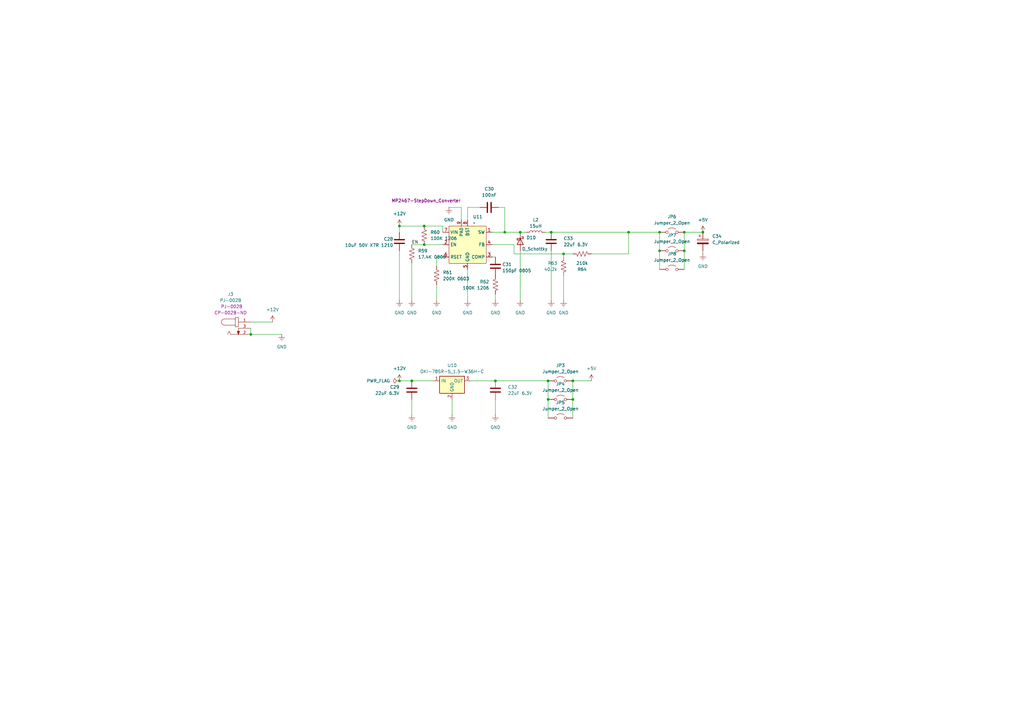
<source format=kicad_sch>
(kicad_sch (version 20231120) (generator "eeschema") (generator_version "8.0")
  (paper "A3")
  (lib_symbols
    (symbol "C_2" (pin_numbers hide) (pin_names (offset 0.254))
      (property "Reference" "C" (at 0.635 2.54 0))
      (property "Value" "C" (at 0.635 -2.54 0))
      (symbol "C_2_0_1"
        (polyline (pts (xy -2.032 -0.762) (xy 2.032 -0.762)) (stroke (width 0.508)))
        (polyline (pts (xy -2.032 0.762) (xy 2.032 0.762)) (stroke (width 0.508)))
      )
      (symbol "C_2_1_1"
        (pin passive line (at 0 3.81 270) (length 2.794) (name "~") (number "1"))
        (pin passive line (at 0 -3.81 90) (length 2.794) (name "~") (number "2"))
      )
    )
    (symbol "C_3" (pin_numbers hide) (pin_names (offset 0.254))
      (property "Reference" "C" (at 0.635 2.54 0))
      (property "Value" "C" (at 0.635 -2.54 0))
      (symbol "C_3_0_1"
        (polyline (pts (xy -2.032 -0.762) (xy 2.032 -0.762)) (stroke (width 0.508)))
        (polyline (pts (xy -2.032 0.762) (xy 2.032 0.762)) (stroke (width 0.508)))
      )
      (symbol "C_3_1_1"
        (pin passive line (at 0 3.81 270) (length 2.794) (name "~") (number "1"))
        (pin passive line (at 0 -3.81 90) (length 2.794) (name "~") (number "2"))
      )
    )
    (symbol "C_5" (pin_numbers hide) (pin_names (offset 0.254))
      (property "Reference" "C" (at 0.635 2.54 0))
      (property "Value" "C" (at 0.635 -2.54 0))
      (symbol "C_5_0_1"
        (polyline (pts (xy -2.032 -0.762) (xy 2.032 -0.762)) (stroke (width 0.508)))
        (polyline (pts (xy -2.032 0.762) (xy 2.032 0.762)) (stroke (width 0.508)))
      )
      (symbol "C_5_1_1"
        (pin passive line (at 0 3.81 270) (length 2.794) (name "~") (number "1"))
        (pin passive line (at 0 -3.81 90) (length 2.794) (name "~") (number "2"))
      )
    )
    (symbol "C_6" (pin_numbers hide) (pin_names (offset 0.254))
      (property "Reference" "C" (at 0.635 2.54 0))
      (property "Value" "C" (at 0.635 -2.54 0))
      (symbol "C_6_0_1"
        (polyline (pts (xy -2.032 -0.762) (xy 2.032 -0.762)) (stroke (width 0.508)))
        (polyline (pts (xy -2.032 0.762) (xy 2.032 0.762)) (stroke (width 0.508)))
      )
      (symbol "C_6_1_1"
        (pin passive line (at 0 3.81 270) (length 2.794) (name "~") (number "1"))
        (pin passive line (at 0 -3.81 90) (length 2.794) (name "~") (number "2"))
      )
    )
    (symbol "Converter_DCDC:OKI-78SR-5_1.5-W36H-C"
      (property "Reference" "U" (at -3.81 3.175 0))
      (property "Value" "OKI-78SR-5_1.5-W36H-C" (at 0 3.175 0))
      (symbol "OKI-78SR-5_1.5-W36H-C_0_1"
        (rectangle (start -5.08 1.905) (end 5.08 -5.08) (stroke (width 0.254)) (fill (type background)))
      )
      (symbol "OKI-78SR-5_1.5-W36H-C_1_1"
        (pin power_in line (at -7.62 0 0) (length 2.54) (name "IN") (number "1"))
        (pin power_in line (at 0 -7.62 90) (length 2.54) (name "GND") (number "2"))
        (pin power_out line (at 7.62 0 180) (length 2.54) (name "OUT") (number "3"))
      )
    )
    (symbol "Device:C_Polarized" (pin_numbers hide) (pin_names (offset 0.254))
      (property "Reference" "C" (at 0.635 2.54 0))
      (property "Value" "C_Polarized" (at 0.635 -2.54 0))
      (symbol "C_Polarized_0_1"
        (rectangle (start -2.286 0.508) (end 2.286 1.016))
        (polyline (pts (xy -1.778 2.286) (xy -0.762 2.286)))
        (polyline (pts (xy -1.27 2.794) (xy -1.27 1.778)))
        (rectangle (start 2.286 -0.508) (end -2.286 -1.016) (fill (type outline)))
      )
      (symbol "C_Polarized_1_1"
        (pin passive line (at 0 3.81 270) (length 2.794) (name "~") (number "1"))
        (pin passive line (at 0 -3.81 90) (length 2.794) (name "~") (number "2"))
      )
    )
    (symbol "Device:D_Schottky" (pin_numbers hide) (pin_names (offset 1.016) hide)
      (property "Reference" "D" (at 0 2.54 0))
      (property "Value" "D_Schottky" (at 0 -2.54 0))
      (symbol "D_Schottky_0_1"
        (polyline (pts (xy 1.27 0) (xy -1.27 0)))
        (polyline (pts (xy 1.27 1.27) (xy 1.27 -1.27) (xy -1.27 0) (xy 1.27 1.27)) (stroke (width 0.254)))
        (polyline (pts (xy -1.905 0.635) (xy -1.905 1.27) (xy -1.27 1.27) (xy -1.27 -1.27) (xy -0.635 -1.27) (xy -0.635 -0.635)) (stroke (width 0.254)))
      )
      (symbol "D_Schottky_1_1"
        (pin passive line (at -3.81 0 0) (length 2.54) (name "K") (number "1"))
        (pin passive line (at 3.81 0 180) (length 2.54) (name "A") (number "2"))
      )
    )
    (symbol "Device:L" (pin_numbers hide) (pin_names (offset 1.016) hide)
      (property "Reference" "L" (at -1.27 0 90))
      (property "Value" "L" (at 1.905 0 90))
      (symbol "L_0_1"
        (arc (start 0 -2.54) (mid 0.6323 -1.905) (end 0 -1.27))
        (arc (start 0 -1.27) (mid 0.6323 -0.635) (end 0 0))
        (arc (start 0 0) (mid 0.6323 0.635) (end 0 1.27))
        (arc (start 0 1.27) (mid 0.6323 1.905) (end 0 2.54))
      )
      (symbol "L_1_1"
        (pin passive line (at 0 3.81 270) (length 1.27) (name "1") (number "1"))
        (pin passive line (at 0 -3.81 90) (length 1.27) (name "2") (number "2"))
      )
    )
    (symbol "Device:R_US" (pin_numbers hide) (pin_names (offset 0))
      (property "Reference" "R" (at 2.54 0 90))
      (property "Value" "R_US" (at -2.54 0 90))
      (symbol "R_US_0_1"
        (polyline (pts (xy 0 -2.286) (xy 0 -2.54)))
        (polyline (pts (xy 0 2.286) (xy 0 2.54)))
        (polyline (pts (xy 0 -0.762) (xy 1.016 -1.143) (xy 0 -1.524) (xy -1.016 -1.905) (xy 0 -2.286)))
        (polyline (pts (xy 0 0.762) (xy 1.016 0.381) (xy 0 0) (xy -1.016 -0.381) (xy 0 -0.762)))
        (polyline (pts (xy 0 2.286) (xy 1.016 1.905) (xy 0 1.524) (xy -1.016 1.143) (xy 0 0.762)))
      )
      (symbol "R_US_1_1"
        (pin passive line (at 0 3.81 270) (length 1.27) (name "~") (number "1"))
        (pin passive line (at 0 -3.81 90) (length 1.27) (name "~") (number "2"))
      )
    )
    (symbol "Jumper:Jumper_2_Open" (pin_numbers hide) (pin_names (offset 0) hide) (exclude_from_sim yes)
      (property "Reference" "JP" (at 0 2.794 0))
      (property "Value" "Jumper_2_Open" (at 0 -2.286 0))
      (symbol "Jumper_2_Open_0_0"
        (circle (center -2.032 0) (radius 0.508))
        (circle (center 2.032 0) (radius 0.508))
      )
      (symbol "Jumper_2_Open_0_1"
        (arc (start 1.524 1.27) (mid 0 1.778) (end -1.524 1.27))
      )
      (symbol "Jumper_2_Open_1_1"
        (pin passive line (at -5.08 0 0) (length 2.54) (name "A") (number "1"))
        (pin passive line (at 5.08 0 180) (length 2.54) (name "B") (number "2"))
      )
    )
    (symbol "power:+12V" (power) (pin_numbers hide) (pin_names (offset 0) hide)
      (property "Value" "+12V" (at 0 3.556 0))
      (symbol "+12V_0_1"
        (polyline (pts (xy -0.762 1.27) (xy 0 2.54)))
        (polyline (pts (xy 0 0) (xy 0 2.54)))
        (polyline (pts (xy 0 2.54) (xy 0.762 1.27)))
      )
      (symbol "+12V_1_1"
        (pin power_in line (at 0 0 90) (length 0) (name "~") (number "1"))
      )
    )
    (symbol "power:+5V" (power) (pin_numbers hide) (pin_names (offset 0) hide)
      (property "Value" "+5V" (at 0 3.556 0))
      (symbol "+5V_0_1"
        (polyline (pts (xy -0.762 1.27) (xy 0 2.54)))
        (polyline (pts (xy 0 0) (xy 0 2.54)))
        (polyline (pts (xy 0 2.54) (xy 0.762 1.27)))
      )
      (symbol "+5V_1_1"
        (pin power_in line (at 0 0 90) (length 0) (name "~") (number "1"))
      )
    )
    (symbol "power:Earth" (power) (pin_numbers hide) (pin_names (offset 0) hide)
      (property "Value" "Earth" (at 0 -3.81 0))
      (symbol "Earth_0_1"
        (polyline (pts (xy -0.635 -1.905) (xy 0.635 -1.905)))
        (polyline (pts (xy -0.127 -2.54) (xy 0.127 -2.54)))
        (polyline (pts (xy 0 -1.27) (xy 0 0)))
        (polyline (pts (xy 1.27 -1.27) (xy -1.27 -1.27)))
      )
      (symbol "Earth_1_1"
        (pin power_in line (at 0 0 270) (length 0) (name "~") (number "1"))
      )
    )
    (symbol "power:PWR_FLAG" (power) (pin_numbers hide) (pin_names (offset 0) hide)
      (property "Value" "PWR_FLAG" (at 0 3.81 0))
      (symbol "PWR_FLAG_0_0"
        (pin power_out line (at 0 0 90) (length 0) (name "~") (number "1"))
      )
      (symbol "PWR_FLAG_0_1"
        (polyline (pts (xy 0 0) (xy 0 1.27) (xy -1.016 1.905) (xy 0 2.54) (xy 1.016 1.905) (xy 0 1.27)))
      )
    )
    (symbol "privateParts:MP2467-StepDown_Converter"
      (property "Reference" "U11" (at 2.1941 11.43 0))
      (property "Value" "~" (at 2.1941 8.89 0))
      (property "Description" "MP2467-StepDown_Converter" (at -17.018 18.034 0))
      (symbol "MP2467-StepDown_Converter_1_1"
        (rectangle (start -7.62 7.62) (end 7.62 -7.62) (fill (type background)))
        (pin input line (at 10.16 5.08 180) (length 2.54) (name "SW") (number "1"))
        (pin input line (at -10.16 0 0) (length 2.54) (name "EN") (number "2"))
        (pin input line (at 10.16 -5.08 180) (length 2.54) (name "COMP") (number "3"))
        (pin input line (at 10.16 0 180) (length 2.54) (name "FB") (number "4"))
        (pin input line (at 0 -10.16 90) (length 2.54) (name "GND") (number "5"))
        (pin input line (at -10.16 -5.08 0) (length 2.54) (name "RSET") (number "6"))
        (pin power_in line (at -10.16 5.08 0) (length 2.54) (name "VIN") (number "7"))
        (pin power_in line (at 0 10.16 270) (length 2.54) (name "BST") (number "8"))
        (pin power_in line (at -2.54 10.16 270) (length 2.54) (name "PAD") (number "9"))
      )
    )
    (symbol "privateParts:PJ-002B" (pin_names (offset 1.016))
      (property "Reference" "J" (at -7.6337 5.0892 0))
      (property "Value" "PJ-002B" (at -7.6269 -5.0846 0))
      (property "MPN" "  PJ-002B" (at 0 0 0))
      (property "Digikey_PN" "CP-002B-ND" (at 0 0 0))
      (symbol "PJ-002B_0_0"
        (arc (start -5.715 3.81) (mid -6.9794 2.54) (end -5.715 1.27) (stroke (width 0.1524)))
        (polyline (pts (xy -5.715 3.81) (xy -1.27 3.81)) (stroke (width 0.1524)))
        (polyline (pts (xy -3.81 -1.27) (xy -4.445 -2.54)) (stroke (width 0.1524)))
        (polyline (pts (xy -3.175 -2.54) (xy -3.81 -1.27)) (stroke (width 0.1524)))
        (polyline (pts (xy -1.27 0.635) (xy 0 0.635)) (stroke (width 0.1524)))
        (polyline (pts (xy -1.27 1.27) (xy -5.715 1.27)) (stroke (width 0.1524)))
        (polyline (pts (xy -1.27 1.27) (xy -1.27 0.635)) (stroke (width 0.1524)))
        (polyline (pts (xy -1.27 3.81) (xy -1.27 1.27)) (stroke (width 0.1524)))
        (polyline (pts (xy -1.27 4.445) (xy -1.27 3.81)) (stroke (width 0.1524)))
        (polyline (pts (xy 0 -2.54) (xy -3.175 -2.54)) (stroke (width 0.1524)))
        (polyline (pts (xy 0 0) (xy 0 -2.54)) (stroke (width 0.1524)))
        (polyline (pts (xy 0 0.635) (xy 0 4.445)) (stroke (width 0.1524)))
        (polyline (pts (xy 0 4.445) (xy -1.27 4.445)) (stroke (width 0.1524)))
        (polyline (pts (xy 0 -2.54) (xy -0.508 -1.27) (xy 0.508 -1.27) (xy 0 -2.54)) (stroke (width 0.1524)) (fill (type outline)))
        (pin passive line (at 5.08 2.54 180) (length 5.08) (name "~") (number "1"))
        (pin passive line (at 5.08 -2.54 180) (length 5.08) (name "~") (number "2"))
        (pin passive line (at 5.08 0 180) (length 5.08) (name "~") (number "3"))
      )
    )
  )
  (junction (at 270.51 102.87))
  (junction (at 231.14 104.14))
  (junction (at 163.83 92.71))
  (junction (at 173.99 92.71))
  (junction (at 270.51 95.25))
  (junction (at 163.83 156.21))
  (junction (at 213.36 95.25))
  (junction (at 203.2 156.21))
  (junction (at 288.29 95.25))
  (junction (at 207.01 95.25))
  (junction (at 168.91 156.21))
  (junction (at 234.95 163.83))
  (junction (at 102.87 137.16))
  (junction (at 257.81 95.25))
  (junction (at 224.79 163.83))
  (junction (at 234.95 156.21))
  (junction (at 226.06 95.25))
  (junction (at 280.67 102.87))
  (junction (at 224.79 156.21))
  (junction (at 173.99 100.33))
  (junction (at 280.67 95.25))
  (wire (pts (xy 102.87 137.16) (xy 115.57 137.16)))
  (wire (pts (xy 234.95 163.83) (xy 234.95 171.45)))
  (wire (pts (xy 102.87 134.62) (xy 102.87 137.16)))
  (wire (pts (xy 179.07 109.22) (xy 179.07 105.41)))
  (wire (pts (xy 189.23 85.09) (xy 189.23 90.17)))
  (wire (pts (xy 207.01 85.09) (xy 207.01 95.25)))
  (wire (pts (xy 231.14 104.14) (xy 234.95 104.14)))
  (wire (pts (xy 185.42 163.83) (xy 185.42 170.18)))
  (wire (pts (xy 193.04 156.21) (xy 203.2 156.21)))
  (wire (pts (xy 168.91 107.95) (xy 168.91 123.19)))
  (wire (pts (xy 163.83 102.87) (xy 163.83 123.19)))
  (wire (pts (xy 223.52 95.25) (xy 226.06 95.25)))
  (wire (pts (xy 181.61 92.71) (xy 173.99 92.71)))
  (wire (pts (xy 191.77 90.17) (xy 191.77 85.09)))
  (wire (pts (xy 181.61 95.25) (xy 181.61 92.71)))
  (wire (pts (xy 257.81 104.14) (xy 257.81 95.25)))
  (wire (pts (xy 210.82 100.33) (xy 210.82 104.14)))
  (wire (pts (xy 226.06 95.25) (xy 257.81 95.25)))
  (wire (pts (xy 288.29 104.14) (xy 288.29 102.87)))
  (wire (pts (xy 173.99 100.33) (xy 181.61 100.33)))
  (wire (pts (xy 163.83 92.71) (xy 163.83 95.25)))
  (wire (pts (xy 234.95 156.21) (xy 242.57 156.21)))
  (wire (pts (xy 224.79 163.83) (xy 224.79 171.45)))
  (wire (pts (xy 191.77 123.19) (xy 191.77 110.49)))
  (wire (pts (xy 203.2 163.83) (xy 203.2 170.18)))
  (wire (pts (xy 168.91 100.33) (xy 173.99 100.33)))
  (wire (pts (xy 242.57 104.14) (xy 257.81 104.14)))
  (wire (pts (xy 201.93 100.33) (xy 210.82 100.33)))
  (wire (pts (xy 203.2 156.21) (xy 224.79 156.21)))
  (wire (pts (xy 179.07 105.41) (xy 181.61 105.41)))
  (wire (pts (xy 213.36 95.25) (xy 215.9 95.25)))
  (wire (pts (xy 234.95 156.21) (xy 234.95 163.83)))
  (wire (pts (xy 102.87 132.08) (xy 111.76 132.08)))
  (wire (pts (xy 203.2 120.65) (xy 203.2 123.19)))
  (wire (pts (xy 280.67 95.25) (xy 280.67 102.87)))
  (wire (pts (xy 163.83 156.21) (xy 168.91 156.21)))
  (wire (pts (xy 207.01 95.25) (xy 213.36 95.25)))
  (wire (pts (xy 184.15 85.09) (xy 189.23 85.09)))
  (wire (pts (xy 210.82 104.14) (xy 231.14 104.14)))
  (wire (pts (xy 224.79 156.21) (xy 224.79 163.83)))
  (wire (pts (xy 179.07 123.19) (xy 179.07 116.84)))
  (wire (pts (xy 168.91 163.83) (xy 168.91 170.18)))
  (wire (pts (xy 257.81 95.25) (xy 270.51 95.25)))
  (wire (pts (xy 168.91 156.21) (xy 177.8 156.21)))
  (wire (pts (xy 201.93 105.41) (xy 203.2 105.41)))
  (wire (pts (xy 231.14 123.19) (xy 231.14 113.03)))
  (wire (pts (xy 173.99 92.71) (xy 163.83 92.71)))
  (wire (pts (xy 204.47 85.09) (xy 207.01 85.09)))
  (wire (pts (xy 201.93 95.25) (xy 207.01 95.25)))
  (wire (pts (xy 213.36 102.87) (xy 213.36 123.19)))
  (wire (pts (xy 270.51 102.87) (xy 270.51 110.49)))
  (wire (pts (xy 226.06 102.87) (xy 226.06 123.19)))
  (wire (pts (xy 280.67 102.87) (xy 280.67 110.49)))
  (wire (pts (xy 231.14 104.14) (xy 231.14 105.41)))
  (wire (pts (xy 191.77 85.09) (xy 196.85 85.09)))
  (wire (pts (xy 270.51 95.25) (xy 270.51 102.87)))
  (wire (pts (xy 288.29 95.25) (xy 280.67 95.25)))
  (label "EN" (at 168.91 100.33 0))
  (symbol (lib_id "power:Earth") (at 231.14 123.19 0) (unit 1)
    (property "Reference" "#PWR0103" (effects (hide yes)))
    (property "Value" "GND" (at 231.14 128.27 0))
    (property "Description" "Power symbol creates a global label with name \"Earth\"" (effects (hide yes)))
  )
  (symbol (lib_id "Device:C_Polarized") (at 288.29 99.06 0) (unit 1)
    (property "Reference" "C34" (at 292.1 96.9009 0) (effects (justify left)))
    (property "Value" "C_Polarized" (at 292.1 99.4409 0) (effects (justify left)))
    (property "Footprint" "Capacitor_SMD:CP_Elec_6.3x5.9" (effects (hide yes)))
    (property "Description" "Polarized capacitor" (effects (hide yes)))
    (property "Digikey_PN" "399-A768EB107M1ELAS036TR-ND" (effects (hide yes)))
    (property "MPN" "A768EB107M1ELAS036" (effects (hide yes)))
  )
  (symbol (lib_name "C_2") (lib_id "Device:C") (at 168.91 160.02 0) (mirror x) (unit 1)
    (property "Reference" "C29" (at 163.83 158.7499 0) (effects (justify right)))
    (property "Value" "22uF 6.3V" (at 163.83 161.2899 0) (effects (justify right)))
    (property "Footprint" "Capacitor_SMD:C_1206_3216Metric_Pad1.33x1.80mm_HandSolder" (effects (hide yes)))
    (property "Description" "Unpolarized capacitor" (effects (hide yes)))
    (property "MPN" "12066C226MAT2A\\2.5K" (effects (hide yes)))
    (property "Digikey_PN" "478-12066C226MAT2A\\2.5KTR-ND" (effects (hide yes)))
  )
  (symbol (lib_id "privateParts:MP2467-StepDown_Converter") (at 191.77 100.33 0) (unit 1)
    (property "Reference" "U11" (at 193.9641 88.9 0) (effects (justify left)))
    (property "Value" "~" (at 193.9641 91.44 0) (effects (justify left)))
    (property "Footprint" "Package_SO:SOIC-8-1EP_3.9x4.9mm_P1.27mm_EP2.29x3mm" (effects (hide yes)))
    (property "Description" "MP2467-StepDown_Converter" (at 174.752 82.296 0))
    (property "Digikey_PN" "1589-1587-2-ND" (effects (hide yes)))
    (property "MPN" "MP2467DN-LF-Z" (effects (hide yes)))
  )
  (symbol (lib_name "C_2") (lib_id "Device:C") (at 226.06 99.06 180) (unit 1)
    (property "Reference" "C33" (at 231.14 97.7899 0) (effects (justify right)))
    (property "Value" "22uF 6.3V" (at 231.14 100.3299 0) (effects (justify right)))
    (property "Footprint" "Capacitor_SMD:C_1206_3216Metric_Pad1.33x1.80mm_HandSolder" (effects (hide yes)))
    (property "Description" "Unpolarized capacitor" (effects (hide yes)))
    (property "MPN" "12066C226MAT2A\\2.5K" (effects (hide yes)))
    (property "Digikey_PN" "478-12066C226MAT2A\\2.5KTR-ND" (effects (hide yes)))
  )
  (symbol (lib_id "power:+12V") (at 163.83 156.21 0) (unit 1)
    (property "Reference" "#PWR093" (effects (hide yes)))
    (property "Value" "+12V" (at 163.83 151.13 0))
    (property "Description" "Power symbol creates a global label with name \"+12V\"" (effects (hide yes)))
  )
  (symbol (lib_name "C_3") (lib_id "Device:C") (at 203.2 109.22 180) (unit 1)
    (property "Reference" "C31" (at 205.994 108.458 0) (effects (justify right)))
    (property "Value" "150pF 0805" (at 205.994 110.998 0) (effects (justify right)))
    (property "Footprint" "Capacitor_SMD:C_0805_2012Metric" (effects (hide yes)))
    (property "Description" "Unpolarized capacitor" (effects (hide yes)))
    (property "MPN" "C0402C151K5RACTU" (effects (hide yes)))
    (property "Digikey_PN" "399-C0402C151K5RACTUTR-ND" (effects (hide yes)))
  )
  (symbol (lib_id "power:Earth") (at 288.29 104.14 0) (unit 1)
    (property "Reference" "#PWR0106" (effects (hide yes)))
    (property "Value" "GND" (at 288.29 109.22 0))
    (property "Description" "Power symbol creates a global label with name \"Earth\"" (effects (hide yes)))
  )
  (symbol (lib_name "C_2") (lib_id "Device:C") (at 203.2 160.02 180) (unit 1)
    (property "Reference" "C32" (at 208.28 158.7499 0) (effects (justify right)))
    (property "Value" "22uF 6.3V" (at 208.28 161.2899 0) (effects (justify right)))
    (property "Footprint" "Capacitor_SMD:C_1206_3216Metric_Pad1.33x1.80mm_HandSolder" (effects (hide yes)))
    (property "Description" "Unpolarized capacitor" (effects (hide yes)))
    (property "MPN" "12066C226MAT2A\\2.5K" (effects (hide yes)))
    (property "Digikey_PN" "478-12066C226MAT2A\\2.5KTR-ND" (effects (hide yes)))
  )
  (symbol (lib_id "power:Earth") (at 203.2 170.18 0) (unit 1)
    (property "Reference" "#PWR0100" (effects (hide yes)))
    (property "Value" "GND" (at 203.2 175.26 0))
    (property "Description" "Power symbol creates a global label with name \"Earth\"" (effects (hide yes)))
  )
  (symbol (lib_id "privateParts:PJ-002B") (at 97.79 134.62 0) (unit 1)
    (property "Reference" "J3" (at 94.5543 120.65 0))
    (property "Value" "PJ-002B" (at 94.5543 123.19 0))
    (property "Footprint" "privateParts:CUI_PJ-002B" (effects (hide yes)))
    (property "MANUFACTURER" "CUI INC" (effects (hide yes)))
    (property "STANDARD" "Manufacturer recommendations" (effects (hide yes)))
    (property "MPN" " PJ-002B" (at 94.5543 125.73 0))
    (property "Digikey_PN" "CP-002B-ND" (at 94.5543 128.27 0))
  )
  (symbol (lib_name "C_6") (lib_id "Device:C") (at 163.83 99.06 0) (mirror x) (unit 1)
    (property "Reference" "C28" (at 161.29 98.044 0) (effects (justify right)))
    (property "Value" "10uF 50V X7R 1210" (at 161.29 100.584 0) (effects (justify right)))
    (property "Footprint" "Capacitor_SMD:C_1210_3225Metric" (effects (hide yes)))
    (property "Description" "Unpolarized capacitor" (effects (hide yes)))
    (property "MPN" "CL32B106KBJNNWE" (effects (hide yes)))
    (property "Digikey_PN" "1276-3388-2-ND" (effects (hide yes)))
  )
  (symbol (lib_id "power:+5V") (at 242.57 156.21 0) (unit 1)
    (property "Reference" "#PWR0104" (effects (hide yes)))
    (property "Value" "+5V" (at 242.57 151.13 0))
    (property "Description" "Power symbol creates a global label with name \"+5V\"" (effects (hide yes)))
  )
  (symbol (lib_id "Device:R_US") (at 238.76 104.14 90) (mirror x) (unit 1)
    (property "Reference" "R64" (at 238.76 110.49 90))
    (property "Value" "210k" (at 238.76 107.95 90))
    (property "Footprint" "Capacitor_SMD:C_0402_1005Metric_Pad0.74x0.62mm_HandSolder" (effects (hide yes)))
    (property "Description" "Resistor, US symbol" (effects (hide yes)))
    (property "MPN" "RK73H1ETTP2103F" (effects (hide yes)))
    (property "Digikey_PN" "2019-RK73H1ETTP2103FTR-ND" (effects (hide yes)))
  )
  (symbol (lib_id "Jumper:Jumper_2_Open") (at 229.87 163.83 0) (unit 1) (exclude_from_sim yes)
    (property "Reference" "JP4" (at 229.87 157.48 0))
    (property "Value" "Jumper_2_Open" (at 229.87 160.02 0))
    (property "Footprint" "Connector_PinHeader_2.54mm:PinHeader_1x02_P2.54mm_Vertical" (effects (hide yes)))
    (property "Description" "Jumper, 2-pole, open" (effects (hide yes)))
  )
  (symbol (lib_id "power:Earth") (at 203.2 123.19 0) (unit 1)
    (property "Reference" "#PWR099" (effects (hide yes)))
    (property "Value" "GND" (at 203.2 128.27 0))
    (property "Description" "Power symbol creates a global label with name \"Earth\"" (effects (hide yes)))
  )
  (symbol (lib_name "C_5") (lib_id "Device:C") (at 200.66 85.09 90) (unit 1)
    (property "Reference" "C30" (at 200.66 77.47 90))
    (property "Value" "100nF" (at 200.66 80.01 90))
    (property "Footprint" "Capacitor_SMD:C_0402_1005Metric" (effects (hide yes)))
    (property "Description" "Unpolarized capacitor" (effects (hide yes)))
    (property "MPN" "CL05B104KP5VPNC" (effects (hide yes)))
    (property "Digikey_PN" "1276-CL05B104KP5VPNCTR-ND" (effects (hide yes)))
  )
  (symbol (lib_id "power:Earth") (at 179.07 123.19 0) (unit 1)
    (property "Reference" "#PWR096" (effects (hide yes)))
    (property "Value" "GND" (at 179.07 128.27 0))
    (property "Description" "Power symbol creates a global label with name \"Earth\"" (effects (hide yes)))
  )
  (symbol (lib_id "power:Earth") (at 163.83 123.19 0) (unit 1)
    (property "Reference" "#PWR092" (effects (hide yes)))
    (property "Value" "GND" (at 163.83 128.27 0))
    (property "Description" "Power symbol creates a global label with name \"Earth\"" (effects (hide yes)))
  )
  (symbol (lib_id "Device:R_US") (at 203.2 116.84 0) (mirror x) (unit 1)
    (property "Reference" "R62" (at 200.66 115.5699 0) (effects (justify right)))
    (property "Value" "100K 1206" (at 200.66 118.1099 0) (effects (justify right)))
    (property "Footprint" "Resistor_SMD:R_1206_3216Metric" (effects (hide yes)))
    (property "Description" "Resistor, US symbol" (effects (hide yes)))
  )
  (symbol (lib_id "Device:R_US") (at 179.07 113.03 180) (unit 1)
    (property "Reference" "R61" (at 181.61 111.7599 0) (effects (justify right)))
    (property "Value" "200K 0603" (at 181.61 114.2999 0) (effects (justify right)))
    (property "Footprint" "Resistor_SMD:R_0603_1608Metric" (effects (hide yes)))
    (property "Description" "Resistor, US symbol" (effects (hide yes)))
    (property "MPN" "RC0603JR-07200KL" (effects (hide yes)))
    (property "Digikey_PN" "311-200KGRTR-ND" (effects (hide yes)))
  )
  (symbol (lib_id "power:Earth") (at 226.06 123.19 0) (unit 1)
    (property "Reference" "#PWR0102" (effects (hide yes)))
    (property "Value" "GND" (at 226.06 128.27 0))
    (property "Description" "Power symbol creates a global label with name \"Earth\"" (effects (hide yes)))
  )
  (symbol (lib_id "power:Earth") (at 115.57 137.16 0) (unit 1)
    (property "Reference" "#PWR090" (effects (hide yes)))
    (property "Value" "GND" (at 115.57 142.24 0))
    (property "Description" "Power symbol creates a global label with name \"Earth\"" (effects (hide yes)))
  )
  (symbol (lib_id "power:Earth") (at 213.36 123.19 0) (unit 1)
    (property "Reference" "#PWR0101" (effects (hide yes)))
    (property "Value" "GND" (at 213.36 128.27 0))
    (property "Description" "Power symbol creates a global label with name \"Earth\"" (effects (hide yes)))
  )
  (symbol (lib_id "power:Earth") (at 168.91 123.19 0) (unit 1)
    (property "Reference" "#PWR094" (effects (hide yes)))
    (property "Value" "GND" (at 168.91 128.27 0))
    (property "Description" "Power symbol creates a global label with name \"Earth\"" (effects (hide yes)))
  )
  (symbol (lib_id "Jumper:Jumper_2_Open") (at 275.59 95.25 0) (unit 1) (exclude_from_sim yes)
    (property "Reference" "JP6" (at 275.59 88.9 0))
    (property "Value" "Jumper_2_Open" (at 275.59 91.44 0))
    (property "Footprint" "Connector_PinHeader_2.54mm:PinHeader_1x02_P2.54mm_Vertical" (effects (hide yes)))
    (property "Description" "Jumper, 2-pole, open" (effects (hide yes)))
  )
  (symbol (lib_id "power:PWR_FLAG") (at 163.83 156.21 90) (unit 1)
    (property "Reference" "#FLG03" (effects (hide yes)))
    (property "Value" "PWR_FLAG" (at 160.02 156.2099 90) (effects (justify left)))
    (property "Description" "Special symbol for telling ERC where power comes from" (effects (hide yes)))
  )
  (symbol (lib_id "power:Earth") (at 191.77 123.19 0) (unit 1)
    (property "Reference" "#PWR098" (effects (hide yes)))
    (property "Value" "GND" (at 191.77 128.27 0))
    (property "Description" "Power symbol creates a global label with name \"Earth\"" (effects (hide yes)))
  )
  (symbol (lib_id "power:Earth") (at 185.42 170.18 0) (unit 1)
    (property "Reference" "#PWR097" (effects (hide yes)))
    (property "Value" "GND" (at 185.42 175.26 0))
    (property "Description" "Power symbol creates a global label with name \"Earth\"" (effects (hide yes)))
  )
  (symbol (lib_id "Device:R_US") (at 173.99 96.52 180) (unit 1)
    (property "Reference" "R60" (at 176.53 95.2499 0) (effects (justify right)))
    (property "Value" "100K 1206" (at 176.53 97.7899 0) (effects (justify right)))
    (property "Footprint" "Resistor_SMD:R_1206_3216Metric" (effects (hide yes)))
    (property "Description" "Resistor, US symbol" (effects (hide yes)))
  )
  (symbol (lib_id "Jumper:Jumper_2_Open") (at 275.59 110.49 0) (unit 1) (exclude_from_sim yes)
    (property "Reference" "JP8" (at 275.59 104.14 0))
    (property "Value" "Jumper_2_Open" (at 275.59 106.68 0))
    (property "Footprint" "Connector_PinHeader_2.54mm:PinHeader_1x02_P2.54mm_Vertical" (effects (hide yes)))
    (property "Description" "Jumper, 2-pole, open" (effects (hide yes)))
  )
  (symbol (lib_id "Jumper:Jumper_2_Open") (at 275.59 102.87 0) (unit 1) (exclude_from_sim yes)
    (property "Reference" "JP7" (at 275.59 96.52 0))
    (property "Value" "Jumper_2_Open" (at 275.59 99.06 0))
    (property "Footprint" "Connector_PinHeader_2.54mm:PinHeader_1x02_P2.54mm_Vertical" (effects (hide yes)))
    (property "Description" "Jumper, 2-pole, open" (effects (hide yes)))
  )
  (symbol (lib_id "Device:L") (at 219.71 95.25 90) (unit 1)
    (property "Reference" "L2" (at 219.71 90.17 90))
    (property "Value" "15uH" (at 219.71 92.71 90))
    (property "Footprint" "Inductor_SMD:L_TDK_SLF12565" (effects (hide yes)))
    (property "Description" "Inductor" (effects (hide yes)))
    (property "MPN" "SLF12565T-150M4R2-H" (effects (hide yes)))
    (property "Digikey_PN" "445-3842-2-ND" (effects (hide yes)))
  )
  (symbol (lib_id "power:Earth") (at 184.15 85.09 0) (unit 1)
    (property "Reference" "#PWR0117" (effects (hide yes)))
    (property "Value" "GND" (at 184.15 90.17 0))
    (property "Description" "Power symbol creates a global label with name \"Earth\"" (effects (hide yes)))
  )
  (symbol (lib_id "Converter_DCDC:OKI-78SR-5_1.5-W36H-C") (at 185.42 156.21 0) (unit 1)
    (property "Reference" "U10" (at 185.42 149.86 0))
    (property "Value" "OKI-78SR-5_1.5-W36H-C" (at 185.42 152.4 0))
    (property "Footprint" "Converter_DCDC:Converter_DCDC_Murata_OKI-78SR_Horizontal" (effects (hide yes)))
    (property "Datasheet" "https://power.murata.com/data/power/oki-78sr.pdf" (effects (hide yes)))
    (property "Description" "1.5A Step-Down DC/DC-Regulator, 7-36V input, 5V fixed Output Voltage, LM78xx replacement, -40°C to +85°C, OKI-78SR_Horizontal" (effects (hide yes)))
  )
  (symbol (lib_id "power:+12V") (at 163.83 92.71 0) (unit 1)
    (property "Reference" "#PWR091" (effects (hide yes)))
    (property "Value" "+12V" (at 163.83 87.63 0))
    (property "Description" "Power symbol creates a global label with name \"+12V\"" (effects (hide yes)))
  )
  (symbol (lib_id "Jumper:Jumper_2_Open") (at 229.87 171.45 0) (unit 1) (exclude_from_sim yes)
    (property "Reference" "JP5" (at 229.87 165.1 0))
    (property "Value" "Jumper_2_Open" (at 229.87 167.64 0))
    (property "Footprint" "Connector_PinHeader_2.54mm:PinHeader_1x02_P2.54mm_Vertical" (effects (hide yes)))
    (property "Description" "Jumper, 2-pole, open" (effects (hide yes)))
  )
  (symbol (lib_id "Device:D_Schottky") (at 213.36 99.06 270) (unit 1)
    (property "Reference" "D10" (at 215.9 97.4724 90) (effects (justify left)))
    (property "Value" "D_Schottky" (at 214.122 102.108 90) (effects (justify left)))
    (property "Footprint" "Diode_SMD:D_SMA_Handsoldering" (effects (hide yes)))
    (property "Description" "Schottky diode" (effects (hide yes)))
    (property "Digikey_PN" "B340A-FDITR-ND" (effects (hide yes)))
    (property "MPN" "B340A-13-F" (effects (hide yes)))
  )
  (symbol (lib_id "Device:R_US") (at 168.91 104.14 180) (unit 1)
    (property "Reference" "R59" (at 171.45 102.8699 0) (effects (justify right)))
    (property "Value" "17.4K 0805" (at 171.45 105.4099 0) (effects (justify right)))
    (property "Footprint" "Resistor_SMD:R_0805_2012Metric" (effects (hide yes)))
    (property "Description" "Resistor, US symbol" (effects (hide yes)))
    (property "MPN" "RMCF0805FT17K4" (effects (hide yes)))
    (property "Digikey_PN" "RMCF0805FT17K4TR-ND" (effects (hide yes)))
  )
  (symbol (lib_id "Device:R_US") (at 231.14 109.22 0) (mirror x) (unit 1)
    (property "Reference" "R63" (at 228.6 107.9499 0) (effects (justify right)))
    (property "Value" "40.2k" (at 228.6 110.4899 0) (effects (justify right)))
    (property "Footprint" "Capacitor_SMD:C_0402_1005Metric_Pad0.74x0.62mm_HandSolder" (effects (hide yes)))
    (property "Description" "Resistor, US symbol" (effects (hide yes)))
    (property "MPN" "ERJ-2RKF4022X" (effects (hide yes)))
    (property "Digikey_PN" "P40.2KLTR-ND" (effects (hide yes)))
  )
  (symbol (lib_id "Jumper:Jumper_2_Open") (at 229.87 156.21 0) (unit 1) (exclude_from_sim yes)
    (property "Reference" "JP3" (at 229.87 149.86 0))
    (property "Value" "Jumper_2_Open" (at 229.87 152.4 0))
    (property "Footprint" "Connector_PinHeader_2.54mm:PinHeader_1x02_P2.54mm_Vertical" (effects (hide yes)))
    (property "Description" "Jumper, 2-pole, open" (effects (hide yes)))
  )
  (symbol (lib_id "power:+5V") (at 288.29 95.25 0) (unit 1)
    (property "Reference" "#PWR0105" (effects (hide yes)))
    (property "Value" "+5V" (at 288.29 90.17 0))
    (property "Description" "Power symbol creates a global label with name \"+5V\"" (effects (hide yes)))
  )
  (symbol (lib_id "power:Earth") (at 168.91 170.18 0) (unit 1)
    (property "Reference" "#PWR095" (effects (hide yes)))
    (property "Value" "GND" (at 168.91 175.26 0))
    (property "Description" "Power symbol creates a global label with name \"Earth\"" (effects (hide yes)))
  )
  (symbol (lib_id "power:+12V") (at 111.76 132.08 0) (unit 1)
    (property "Reference" "#PWR089" (effects (hide yes)))
    (property "Value" "+12V" (at 111.76 127 0))
    (property "Description" "Power symbol creates a global label with name \"+12V\"" (effects (hide yes)))
  )
)
</source>
